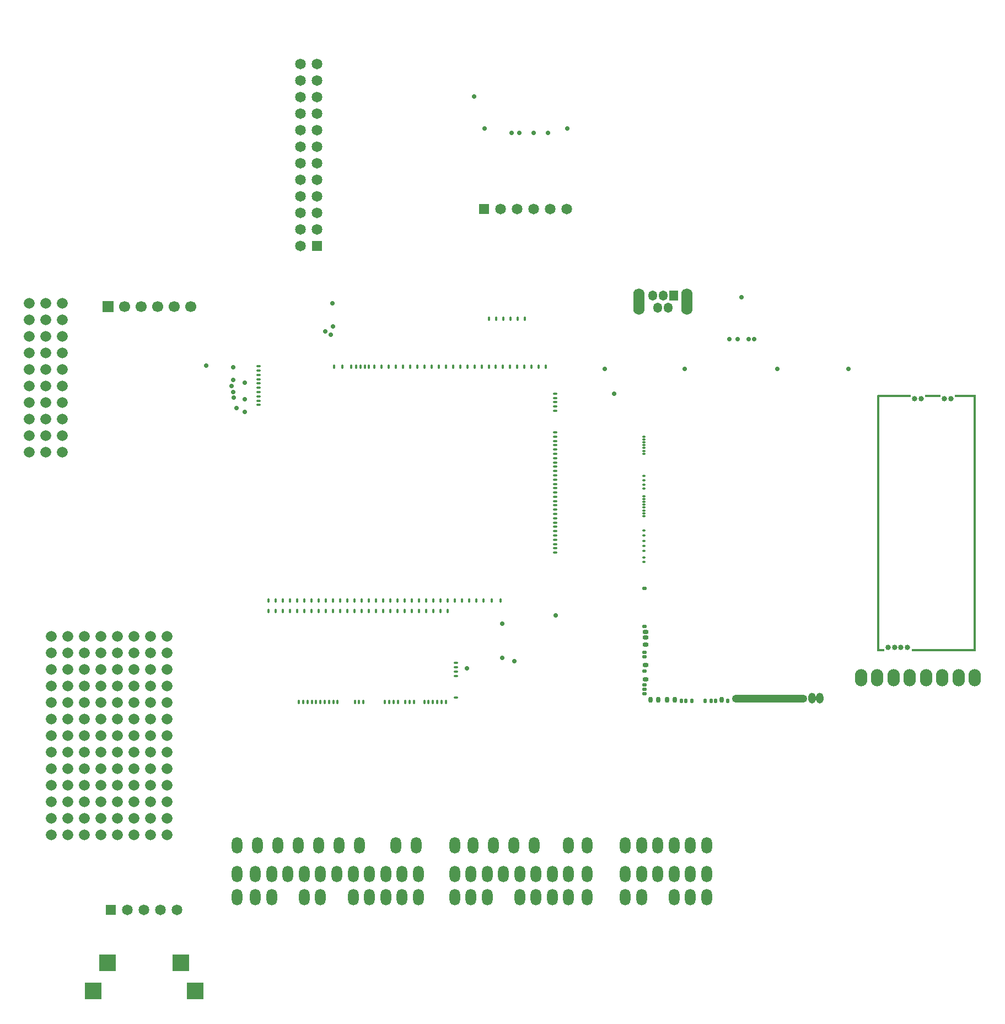
<source format=gbs>
G04*
G04 #@! TF.GenerationSoftware,Altium Limited,Altium Designer,20.2.7 (254)*
G04*
G04 Layer_Color=16711935*
%FSLAX25Y25*%
%MOIN*%
G70*
G04*
G04 #@! TF.SameCoordinates,A9B7F2BE-3737-4A3B-A59A-7B8716D397C9*
G04*
G04*
G04 #@! TF.FilePolarity,Negative*
G04*
G01*
G75*
%ADD65R,0.04291X0.01535*%
%ADD66R,0.01535X1.55079*%
%ADD67R,0.09409X0.01535*%
%ADD68R,0.12756X0.01535*%
%ADD69R,0.20433X0.01535*%
%ADD82O,0.04488X0.06457*%
%ADD83O,0.03701X0.02913*%
%ADD94C,0.06551*%
%ADD95O,0.06850X0.15906*%
%ADD96O,0.05276X0.06063*%
%ADD97R,0.05276X0.06063*%
%ADD98R,0.10394X0.10394*%
%ADD99C,0.06457*%
%ADD100R,0.06457X0.06457*%
%ADD101O,0.07441X0.10394*%
%ADD102C,0.03307*%
%ADD103C,0.02913*%
%ADD104C,0.00551*%
%ADD105O,0.06457X0.10000*%
%ADD106C,0.06693*%
%ADD107R,0.06693X0.06693*%
%ADD108R,0.06457X0.06457*%
%ADD213R,0.38937X0.01535*%
G04:AMPARAMS|DCode=214|XSize=15.35mil|YSize=25.2mil|CornerRadius=7.68mil|HoleSize=0mil|Usage=FLASHONLY|Rotation=90.000|XOffset=0mil|YOffset=0mil|HoleType=Round|Shape=RoundedRectangle|*
%AMROUNDEDRECTD214*
21,1,0.01535,0.00984,0,0,90.0*
21,1,0.00000,0.02520,0,0,90.0*
1,1,0.01535,0.00492,0.00000*
1,1,0.01535,0.00492,0.00000*
1,1,0.01535,-0.00492,0.00000*
1,1,0.01535,-0.00492,0.00000*
%
%ADD214ROUNDEDRECTD214*%
G04:AMPARAMS|DCode=215|XSize=15.35mil|YSize=25.2mil|CornerRadius=7.68mil|HoleSize=0mil|Usage=FLASHONLY|Rotation=0.000|XOffset=0mil|YOffset=0mil|HoleType=Round|Shape=RoundedRectangle|*
%AMROUNDEDRECTD215*
21,1,0.01535,0.00984,0,0,0.0*
21,1,0.00000,0.02520,0,0,0.0*
1,1,0.01535,0.00000,-0.00492*
1,1,0.01535,0.00000,-0.00492*
1,1,0.01535,0.00000,0.00492*
1,1,0.01535,0.00000,0.00492*
%
%ADD215ROUNDEDRECTD215*%
%ADD216O,0.02126X0.01339*%
%ADD217O,0.02913X0.02126*%
%ADD218O,0.02913X0.03701*%
%ADD219O,0.45433X0.04882*%
%ADD220O,0.02126X0.02913*%
D65*
X531988Y227756D02*
D03*
D66*
X588681Y304528D02*
D03*
X530610D02*
D03*
D67*
X563484Y381299D02*
D03*
D68*
X583071D02*
D03*
D69*
X540059D02*
D03*
D82*
X495282Y198873D02*
D03*
X490337D02*
D03*
D83*
X389652Y238834D02*
D03*
Y235389D02*
D03*
Y231156D02*
D03*
Y218853D02*
D03*
Y209896D02*
D03*
D94*
X17224Y437500D02*
D03*
X37224D02*
D03*
X27224D02*
D03*
Y427500D02*
D03*
X37224D02*
D03*
X17224D02*
D03*
X37224Y417500D02*
D03*
X27224D02*
D03*
X17224D02*
D03*
Y397500D02*
D03*
X27224D02*
D03*
X37224D02*
D03*
X17224Y407500D02*
D03*
X37224D02*
D03*
X27224D02*
D03*
X17224Y377500D02*
D03*
X27224D02*
D03*
X37224D02*
D03*
X17224Y387500D02*
D03*
X37224D02*
D03*
X27224D02*
D03*
X17224Y357500D02*
D03*
X27224D02*
D03*
X37224D02*
D03*
X17224Y367500D02*
D03*
X37224D02*
D03*
X27224D02*
D03*
X17224Y347500D02*
D03*
X37224D02*
D03*
X27224D02*
D03*
X40315Y125945D02*
D03*
X50315D02*
D03*
X60315D02*
D03*
X70315D02*
D03*
X30315D02*
D03*
X70315Y115945D02*
D03*
X60315D02*
D03*
X50315D02*
D03*
X40315D02*
D03*
X30315D02*
D03*
X80315D02*
D03*
X90315D02*
D03*
X100315D02*
D03*
Y125945D02*
D03*
X90315D02*
D03*
X80315D02*
D03*
X40315Y145945D02*
D03*
X50315D02*
D03*
X60315D02*
D03*
X70315D02*
D03*
X30315D02*
D03*
X70315Y135945D02*
D03*
X60315D02*
D03*
X50315D02*
D03*
X40315D02*
D03*
X30315D02*
D03*
X80315D02*
D03*
X90315D02*
D03*
X100315D02*
D03*
Y145945D02*
D03*
X90315D02*
D03*
X80315D02*
D03*
X40315Y165945D02*
D03*
X50315D02*
D03*
X60315D02*
D03*
X70315D02*
D03*
X30315D02*
D03*
X70315Y155945D02*
D03*
X60315D02*
D03*
X50315D02*
D03*
X40315D02*
D03*
X30315D02*
D03*
X80315D02*
D03*
X90315D02*
D03*
X100315D02*
D03*
Y165945D02*
D03*
X90315D02*
D03*
X80315D02*
D03*
X40315Y185945D02*
D03*
X50315D02*
D03*
X60315D02*
D03*
X70315D02*
D03*
X30315D02*
D03*
X70315Y175945D02*
D03*
X60315D02*
D03*
X50315D02*
D03*
X40315D02*
D03*
X30315D02*
D03*
X80315D02*
D03*
X90315D02*
D03*
X100315D02*
D03*
Y185945D02*
D03*
X90315D02*
D03*
X80315D02*
D03*
X40315Y205945D02*
D03*
X50315D02*
D03*
X60315D02*
D03*
X70315D02*
D03*
X30315D02*
D03*
X70315Y195945D02*
D03*
X60315D02*
D03*
X50315D02*
D03*
X40315D02*
D03*
X30315D02*
D03*
X80315D02*
D03*
X90315D02*
D03*
X100315D02*
D03*
Y205945D02*
D03*
X90315D02*
D03*
X80315D02*
D03*
X100315Y235945D02*
D03*
X90315D02*
D03*
X80315D02*
D03*
Y225945D02*
D03*
X90315D02*
D03*
X100315D02*
D03*
Y215945D02*
D03*
X90315D02*
D03*
X80315D02*
D03*
X30315D02*
D03*
X40315D02*
D03*
X50315D02*
D03*
X60315D02*
D03*
X70315D02*
D03*
X30315Y225945D02*
D03*
X70315D02*
D03*
X60315D02*
D03*
X50315D02*
D03*
X40315D02*
D03*
Y235945D02*
D03*
X50315D02*
D03*
X60315D02*
D03*
X70315D02*
D03*
X30315D02*
D03*
D95*
X385881Y438385D02*
D03*
X414818D02*
D03*
D96*
X397200Y434645D02*
D03*
X403499D02*
D03*
X394050Y442125D02*
D03*
X400350D02*
D03*
D97*
X406649D02*
D03*
D98*
X108858Y38878D02*
D03*
X64370D02*
D03*
X117323Y21654D02*
D03*
X55905D02*
D03*
D99*
X106614Y70866D02*
D03*
X96614D02*
D03*
X86614D02*
D03*
X76614D02*
D03*
X342126Y494488D02*
D03*
X332126D02*
D03*
X322126D02*
D03*
X312126D02*
D03*
X302126D02*
D03*
X181142Y582047D02*
D03*
X191142D02*
D03*
X181142Y572047D02*
D03*
X191142D02*
D03*
X181142Y562047D02*
D03*
X191142D02*
D03*
X181142Y552047D02*
D03*
X191142D02*
D03*
X181142Y542047D02*
D03*
X191142D02*
D03*
X181142Y532047D02*
D03*
X191142D02*
D03*
X181142Y522047D02*
D03*
X191142D02*
D03*
X181142Y512047D02*
D03*
X191142D02*
D03*
X181142Y502047D02*
D03*
X191142D02*
D03*
X181142Y492047D02*
D03*
X191142D02*
D03*
X181142Y482047D02*
D03*
X191142D02*
D03*
X181142Y472047D02*
D03*
D100*
X66614Y70866D02*
D03*
X292126Y494488D02*
D03*
D101*
X529823Y211122D02*
D03*
X569193D02*
D03*
X588878D02*
D03*
X579035D02*
D03*
X559350D02*
D03*
X549508D02*
D03*
X539665D02*
D03*
X519980D02*
D03*
D102*
X552559Y379823D02*
D03*
X556496D02*
D03*
X570472D02*
D03*
X574409D02*
D03*
X548228Y229232D02*
D03*
X544291D02*
D03*
X540354D02*
D03*
X536417D02*
D03*
D103*
X303219Y223002D02*
D03*
X335531Y248819D02*
D03*
X310630Y221063D02*
D03*
X281693Y216634D02*
D03*
X303150Y243602D02*
D03*
X286122Y562225D02*
D03*
X313583Y540276D02*
D03*
X330906D02*
D03*
X322146D02*
D03*
X292323Y542914D02*
D03*
X308957Y540276D02*
D03*
X342339Y542949D02*
D03*
X200374Y437323D02*
D03*
X200669Y423347D02*
D03*
X199488Y418327D02*
D03*
X196043Y420394D02*
D03*
X447756Y441043D02*
D03*
X445571Y415748D02*
D03*
X440551D02*
D03*
X455610D02*
D03*
X452067D02*
D03*
X365302Y397638D02*
D03*
X413583D02*
D03*
X370768Y382677D02*
D03*
X512402Y397638D02*
D03*
X469488D02*
D03*
X140413Y391142D02*
D03*
X147638Y389468D02*
D03*
X139567Y387303D02*
D03*
X140413Y383858D02*
D03*
X147638Y379232D02*
D03*
X140709Y380512D02*
D03*
X142480Y374114D02*
D03*
X147638Y371555D02*
D03*
X140354Y398622D02*
D03*
X124311Y399803D02*
D03*
D104*
X460630Y27559D02*
D03*
X86614D02*
D03*
X173622Y56890D02*
D03*
X397244D02*
D03*
X135256Y484803D02*
D03*
X44272D02*
D03*
X19879Y279921D02*
D03*
X586614Y20079D02*
D03*
Y605905D02*
D03*
X19685D02*
D03*
Y20079D02*
D03*
D105*
X142913Y92520D02*
D03*
Y78347D02*
D03*
X153937Y92520D02*
D03*
Y78347D02*
D03*
X163779Y92520D02*
D03*
Y78347D02*
D03*
X173622Y92520D02*
D03*
X183465D02*
D03*
Y78347D02*
D03*
X193307Y92520D02*
D03*
Y78347D02*
D03*
X203150Y92520D02*
D03*
X212992Y78347D02*
D03*
Y92520D02*
D03*
X222835Y78347D02*
D03*
Y92520D02*
D03*
X232677Y78347D02*
D03*
Y92520D02*
D03*
X242520Y78347D02*
D03*
Y92520D02*
D03*
X238858Y109843D02*
D03*
X252362Y78347D02*
D03*
Y92520D02*
D03*
X251181Y109843D02*
D03*
X274409Y78347D02*
D03*
Y92520D02*
D03*
Y109843D02*
D03*
X284252Y78347D02*
D03*
Y92520D02*
D03*
X285433Y109843D02*
D03*
X294094Y78347D02*
D03*
Y92520D02*
D03*
X303937D02*
D03*
X297756Y109843D02*
D03*
X313779Y78347D02*
D03*
Y92520D02*
D03*
X310079Y109843D02*
D03*
X323622Y78347D02*
D03*
Y92520D02*
D03*
X322402Y109843D02*
D03*
X333465Y78347D02*
D03*
Y92520D02*
D03*
X343307Y78347D02*
D03*
Y92520D02*
D03*
Y109843D02*
D03*
X354331Y78347D02*
D03*
Y92520D02*
D03*
Y109843D02*
D03*
X377559Y78347D02*
D03*
Y92520D02*
D03*
Y109843D02*
D03*
X387402Y78347D02*
D03*
Y92520D02*
D03*
Y109843D02*
D03*
X397244Y92520D02*
D03*
X407087Y78347D02*
D03*
Y92520D02*
D03*
Y109843D02*
D03*
X416929Y78347D02*
D03*
Y92520D02*
D03*
X426772Y78347D02*
D03*
Y92520D02*
D03*
X416929Y109843D02*
D03*
X426772D02*
D03*
X216850D02*
D03*
X204528D02*
D03*
X192205D02*
D03*
X179882D02*
D03*
X167559D02*
D03*
X155236D02*
D03*
X142913D02*
D03*
X397244D02*
D03*
D106*
X114764Y435433D02*
D03*
X104764D02*
D03*
X94764D02*
D03*
X84764D02*
D03*
X74764D02*
D03*
D107*
X64764D02*
D03*
D108*
X191142Y472047D02*
D03*
D213*
X569980Y227756D02*
D03*
D214*
X275000Y199127D02*
D03*
Y219914D02*
D03*
Y217316D02*
D03*
Y214717D02*
D03*
Y212119D02*
D03*
X155807Y396693D02*
D03*
Y399291D02*
D03*
Y375905D02*
D03*
Y378504D02*
D03*
Y381102D02*
D03*
Y383701D02*
D03*
Y386299D02*
D03*
Y388898D02*
D03*
Y391496D02*
D03*
Y394094D02*
D03*
X335047Y307421D02*
D03*
Y310020D02*
D03*
Y312618D02*
D03*
Y315216D02*
D03*
Y317815D02*
D03*
Y320413D02*
D03*
Y323012D02*
D03*
Y325610D02*
D03*
Y328209D02*
D03*
Y330807D02*
D03*
Y333405D02*
D03*
Y336004D02*
D03*
Y338602D02*
D03*
Y341201D02*
D03*
Y343799D02*
D03*
Y346398D02*
D03*
Y348996D02*
D03*
Y351594D02*
D03*
Y354193D02*
D03*
Y356791D02*
D03*
Y359390D02*
D03*
Y372382D02*
D03*
Y382776D02*
D03*
Y380177D02*
D03*
Y377579D02*
D03*
Y374980D02*
D03*
Y286634D02*
D03*
Y289232D02*
D03*
Y291831D02*
D03*
Y294429D02*
D03*
Y297027D02*
D03*
Y299626D02*
D03*
Y302224D02*
D03*
Y304823D02*
D03*
D215*
X174724Y251287D02*
D03*
X170394D02*
D03*
X166063D02*
D03*
X161732D02*
D03*
X269012Y196319D02*
D03*
X266413D02*
D03*
X263815D02*
D03*
X261217D02*
D03*
X258618D02*
D03*
X256020D02*
D03*
X249717D02*
D03*
X247118D02*
D03*
X244520D02*
D03*
X240107D02*
D03*
X237508D02*
D03*
X234910D02*
D03*
X232311D02*
D03*
X219217D02*
D03*
X216618D02*
D03*
X214020D02*
D03*
X203602D02*
D03*
X201004D02*
D03*
X198406D02*
D03*
X195807D02*
D03*
X193209D02*
D03*
X190610D02*
D03*
X188012D02*
D03*
X185413D02*
D03*
X182815D02*
D03*
X180217D02*
D03*
X179055Y251287D02*
D03*
X183386D02*
D03*
X187716D02*
D03*
X192047D02*
D03*
X196378D02*
D03*
X200709D02*
D03*
X205039D02*
D03*
X209370D02*
D03*
X213701D02*
D03*
X218031D02*
D03*
X222362D02*
D03*
X226693D02*
D03*
X231024D02*
D03*
X235354D02*
D03*
X239685D02*
D03*
X244016D02*
D03*
X248346D02*
D03*
X252677D02*
D03*
X257008D02*
D03*
X261338D02*
D03*
X265669D02*
D03*
X270000D02*
D03*
X329626Y399024D02*
D03*
X161752Y257571D02*
D03*
X183406D02*
D03*
X187736D02*
D03*
X312303Y399024D02*
D03*
X307972D02*
D03*
X303642D02*
D03*
X299311D02*
D03*
X294980D02*
D03*
X290650D02*
D03*
X286319D02*
D03*
X281988D02*
D03*
X277657D02*
D03*
X273327D02*
D03*
X268996D02*
D03*
X264665D02*
D03*
X260335D02*
D03*
X256004D02*
D03*
X251673D02*
D03*
X247342D02*
D03*
X243012D02*
D03*
X238681D02*
D03*
X234350D02*
D03*
X230020D02*
D03*
X225689D02*
D03*
X222638D02*
D03*
X201398D02*
D03*
X206594D02*
D03*
X211791D02*
D03*
X217402D02*
D03*
X192067Y257571D02*
D03*
X196398D02*
D03*
X200729D02*
D03*
X205059D02*
D03*
X209390D02*
D03*
X213721D02*
D03*
X218051D02*
D03*
X222382D02*
D03*
X226713D02*
D03*
X231043D02*
D03*
X235374D02*
D03*
X239705D02*
D03*
X244036D02*
D03*
X248366D02*
D03*
X252697D02*
D03*
X257028D02*
D03*
X261358D02*
D03*
X265689D02*
D03*
X270020D02*
D03*
X274350D02*
D03*
X278681D02*
D03*
X283012D02*
D03*
X302067D02*
D03*
X296870D02*
D03*
X291673D02*
D03*
X287343D02*
D03*
X166083D02*
D03*
X170414D02*
D03*
X174744D02*
D03*
X179075D02*
D03*
X325295Y399024D02*
D03*
X320964D02*
D03*
X316634D02*
D03*
X214784D02*
D03*
X220020D02*
D03*
X295079Y428051D02*
D03*
X299409D02*
D03*
X303740D02*
D03*
X308071D02*
D03*
X312402D02*
D03*
X316732D02*
D03*
D216*
X388864Y356845D02*
D03*
Y355113D02*
D03*
Y353381D02*
D03*
Y351648D02*
D03*
Y349916D02*
D03*
Y348184D02*
D03*
Y346452D02*
D03*
Y333046D02*
D03*
Y330448D02*
D03*
Y327849D02*
D03*
Y325251D02*
D03*
Y320822D02*
D03*
Y319089D02*
D03*
Y317357D02*
D03*
Y315625D02*
D03*
Y313893D02*
D03*
Y312160D02*
D03*
Y310428D02*
D03*
Y308696D02*
D03*
Y300054D02*
D03*
Y296921D02*
D03*
Y293771D02*
D03*
Y290621D02*
D03*
Y281078D02*
D03*
Y283676D02*
D03*
Y287849D02*
D03*
D217*
X389278Y265113D02*
D03*
Y242082D02*
D03*
Y201256D02*
D03*
Y203991D02*
D03*
Y206669D02*
D03*
Y215035D02*
D03*
Y223873D02*
D03*
Y226432D02*
D03*
D218*
X392821Y197593D02*
D03*
X397447D02*
D03*
X402762D02*
D03*
X407388D02*
D03*
X435734Y197593D02*
D03*
D219*
X464967Y198381D02*
D03*
D220*
X439573Y197200D02*
D03*
X432310D02*
D03*
X425913D02*
D03*
X411404D02*
D03*
X414200D02*
D03*
X417743D02*
D03*
X429435D02*
D03*
M02*

</source>
